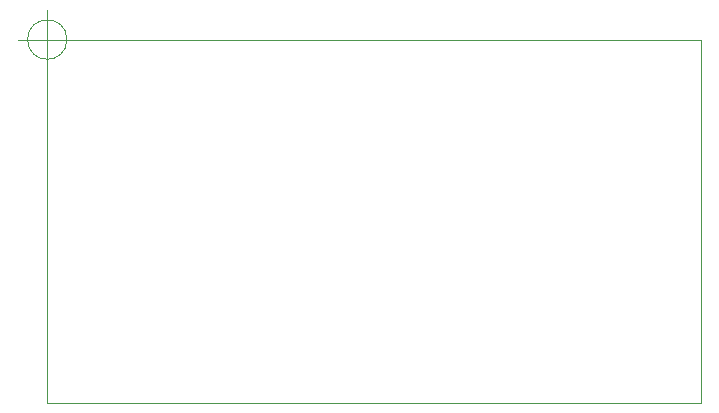
<source format=gbr>
G04 #@! TF.GenerationSoftware,KiCad,Pcbnew,(5.0.0-rc2-dev-586-g888c43477)*
G04 #@! TF.CreationDate,2018-06-04T00:56:57-03:00*
G04 #@! TF.ProjectId,Signal,5369676E616C2E6B696361645F706362,rev?*
G04 #@! TF.SameCoordinates,Original*
G04 #@! TF.FileFunction,Profile,NP*
%FSLAX46Y46*%
G04 Gerber Fmt 4.6, Leading zero omitted, Abs format (unit mm)*
G04 Created by KiCad (PCBNEW (5.0.0-rc2-dev-586-g888c43477)) date 06/04/18 00:56:57*
%MOMM*%
%LPD*%
G01*
G04 APERTURE LIST*
%ADD10C,0.100000*%
G04 APERTURE END LIST*
D10*
X25034666Y-13462000D02*
G75*
G03X25034666Y-13462000I-1666666J0D01*
G01*
X20868000Y-13462000D02*
X25868000Y-13462000D01*
X23368000Y-10962000D02*
X23368000Y-15962000D01*
X78740000Y-44196000D02*
X78740000Y-13462000D01*
X23368000Y-44196000D02*
X78740000Y-44196000D01*
X23368000Y-13462000D02*
X23368000Y-44196000D01*
X78740000Y-13462000D02*
X23368000Y-13462000D01*
M02*

</source>
